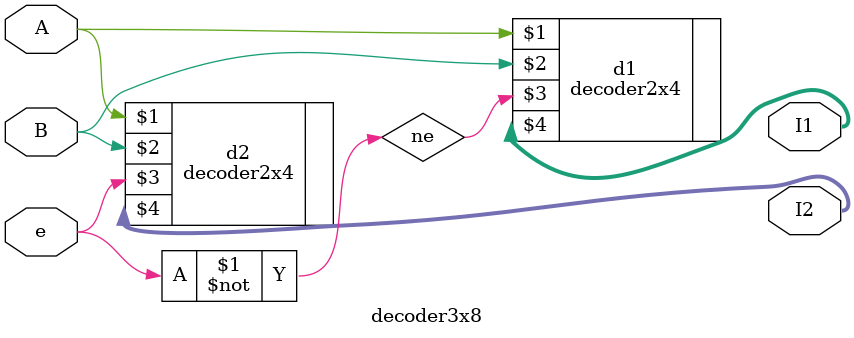
<source format=v>
module decoder3x8(A, B, e, I1, I2);
	input A, B, e;
	output [3:0]I1, I2;
	wire ne;
	not n1(ne, e);
	decoder2x4 d1(A, B, ne, I1);
	decoder2x4 d2(A, B, e, I2);
endmodule

</source>
